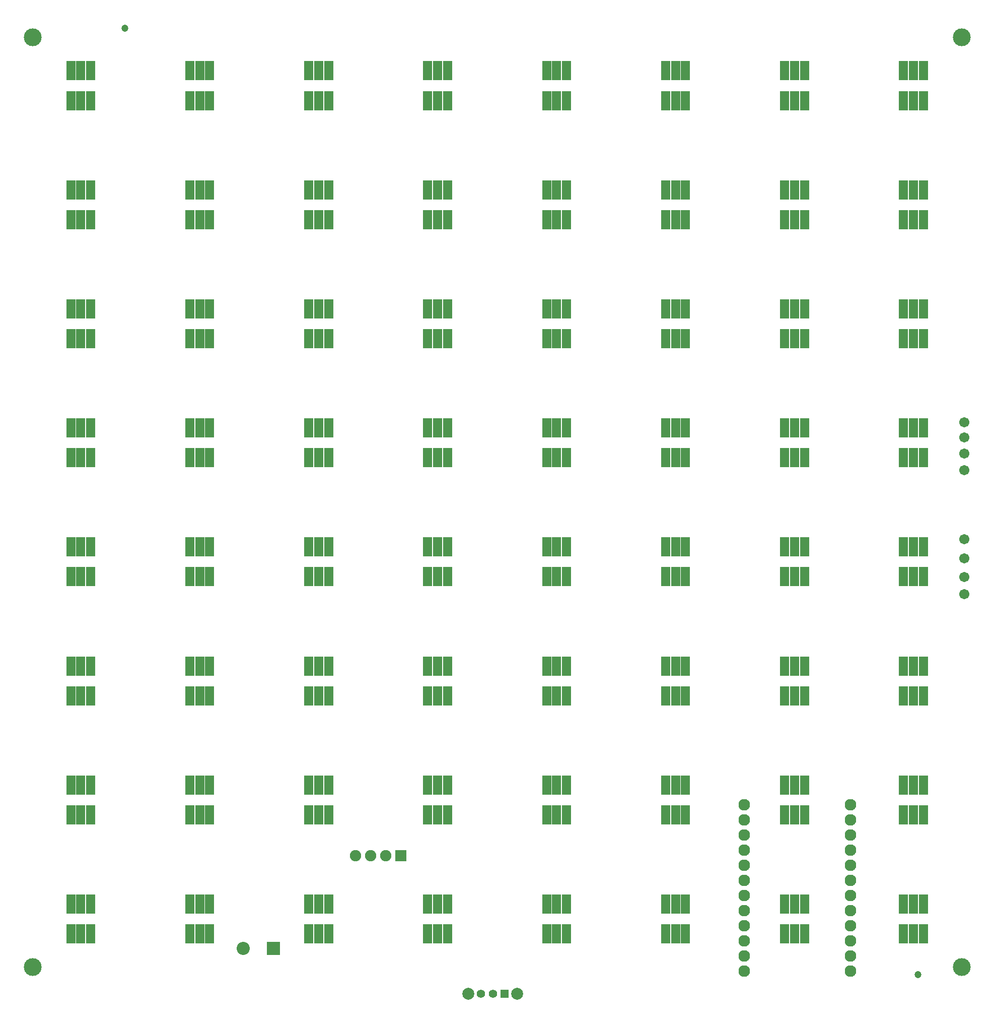
<source format=gbr>
G04 DipTrace 3.2.0.1*
G04 TopMask.gbr*
%MOIN*%
G04 #@! TF.FileFunction,Soldermask,Top*
G04 #@! TF.Part,Single*
%ADD54C,0.11811*%
%ADD63C,0.077*%
%ADD75C,0.078866*%
%ADD77C,0.055244*%
%ADD79R,0.055244X0.055244*%
%ADD91C,0.067055*%
%ADD93C,0.074929*%
%ADD95R,0.074929X0.074929*%
%ADD97C,0.08674*%
%ADD99R,0.08674X0.08674*%
%ADD101R,0.06X0.12611*%
%ADD103C,0.04737*%
%FSLAX26Y26*%
G04*
G70*
G90*
G75*
G01*
G04 TopMask*
%LPD*%
D103*
X6531500Y619000D3*
X1281500Y6881500D3*
D54*
X6819000Y6819000D3*
X669000D3*
Y669000D3*
X6819000D3*
D101*
X6433882Y1086614D3*
X6499906D3*
X6565929D3*
X6433882Y889575D3*
X6499906D3*
X6565929D3*
X5646480Y1086614D3*
X5712504D3*
X5778528D3*
X5646480Y889575D3*
X5712504D3*
X5778528D3*
X4859079Y1086614D3*
X4925102D3*
X4991126D3*
X4859079Y889575D3*
X4925102D3*
X4991126D3*
X4071677Y1086614D3*
X4137701D3*
X4203724D3*
X4071677Y889575D3*
X4137701D3*
X4203724D3*
X3284276Y1086614D3*
X3350299D3*
X3416323D3*
X3284276Y889575D3*
X3350299D3*
X3416323D3*
X2496874Y1086614D3*
X2562898D3*
X2628921D3*
X2496874Y889575D3*
X2562898D3*
X2628921D3*
X1709472Y1086614D3*
X1775496D3*
X1841520D3*
X1709472Y889575D3*
X1775496D3*
X1841520D3*
X922071Y1086614D3*
X988094D3*
X1054118D3*
X922071Y889575D3*
X988094D3*
X1054118D3*
X6433882Y1874016D3*
X6499906D3*
X6565929D3*
X6433882Y1676976D3*
X6499906D3*
X6565929D3*
X5646480Y1874016D3*
X5712504D3*
X5778528D3*
X5646480Y1676976D3*
X5712504D3*
X5778528D3*
X4859079Y1874016D3*
X4925102D3*
X4991126D3*
X4859079Y1676976D3*
X4925102D3*
X4991126D3*
X4071677Y1874016D3*
X4137701D3*
X4203724D3*
X4071677Y1676976D3*
X4137701D3*
X4203724D3*
X3284276Y1874016D3*
X3350299D3*
X3416323D3*
X3284276Y1676976D3*
X3350299D3*
X3416323D3*
X2496874Y1874016D3*
X2562898D3*
X2628921D3*
X2496874Y1676976D3*
X2562898D3*
X2628921D3*
X1709472Y1874016D3*
X1775496D3*
X1841520D3*
X1709472Y1676976D3*
X1775496D3*
X1841520D3*
X922071Y1874016D3*
X988094D3*
X1054118D3*
X922071Y1676976D3*
X988094D3*
X1054118D3*
X6433882Y2661417D3*
X6499906D3*
X6565929D3*
X6433882Y2464378D3*
X6499906D3*
X6565929D3*
X5646480Y2661417D3*
X5712504D3*
X5778528D3*
X5646480Y2464378D3*
X5712504D3*
X5778528D3*
X4859079Y2661417D3*
X4925102D3*
X4991126D3*
X4859079Y2464378D3*
X4925102D3*
X4991126D3*
X4071677Y2661417D3*
X4137701D3*
X4203724D3*
X4071677Y2464378D3*
X4137701D3*
X4203724D3*
X3284276Y2661417D3*
X3350299D3*
X3416323D3*
X3284276Y2464378D3*
X3350299D3*
X3416323D3*
X2496874Y2661417D3*
X2562898D3*
X2628921D3*
X2496874Y2464378D3*
X2562898D3*
X2628921D3*
X1709472Y2661417D3*
X1775496D3*
X1841520D3*
X1709472Y2464378D3*
X1775496D3*
X1841520D3*
X922071Y2661417D3*
X988094D3*
X1054118D3*
X922071Y2464378D3*
X988094D3*
X1054118D3*
X6433882Y3448819D3*
X6499906D3*
X6565929D3*
X6433882Y3251780D3*
X6499906D3*
X6565929D3*
X5646480Y3448819D3*
X5712504D3*
X5778528D3*
X5646480Y3251780D3*
X5712504D3*
X5778528D3*
X4859079Y3448819D3*
X4925102D3*
X4991126D3*
X4859079Y3251780D3*
X4925102D3*
X4991126D3*
X4071677Y3448819D3*
X4137701D3*
X4203724D3*
X4071677Y3251780D3*
X4137701D3*
X4203724D3*
X3284276Y3448819D3*
X3350299D3*
X3416323D3*
X3284276Y3251780D3*
X3350299D3*
X3416323D3*
X2496874Y3448819D3*
X2562898D3*
X2628921D3*
X2496874Y3251780D3*
X2562898D3*
X2628921D3*
X1709472Y3448819D3*
X1775496D3*
X1841520D3*
X1709472Y3251780D3*
X1775496D3*
X1841520D3*
X922071Y3448819D3*
X988094D3*
X1054118D3*
X922071Y3251780D3*
X988094D3*
X1054118D3*
X6433882Y4236220D3*
X6499906D3*
X6565929D3*
X6433882Y4039181D3*
X6499906D3*
X6565929D3*
X5646480Y4236220D3*
X5712504D3*
X5778528D3*
X5646480Y4039181D3*
X5712504D3*
X5778528D3*
X4859079Y4236220D3*
X4925102D3*
X4991126D3*
X4859079Y4039181D3*
X4925102D3*
X4991126D3*
X4071677Y4236220D3*
X4137701D3*
X4203724D3*
X4071677Y4039181D3*
X4137701D3*
X4203724D3*
X3284276Y4236220D3*
X3350299D3*
X3416323D3*
X3284276Y4039181D3*
X3350299D3*
X3416323D3*
X2496874Y4236220D3*
X2562898D3*
X2628921D3*
X2496874Y4039181D3*
X2562898D3*
X2628921D3*
X1709472Y4236220D3*
X1775496D3*
X1841520D3*
X1709472Y4039181D3*
X1775496D3*
X1841520D3*
X922071Y4236220D3*
X988094D3*
X1054118D3*
X922071Y4039181D3*
X988094D3*
X1054118D3*
X6433882Y5023622D3*
X6499906D3*
X6565929D3*
X6433882Y4826583D3*
X6499906D3*
X6565929D3*
X5646480Y5023622D3*
X5712504D3*
X5778528D3*
X5646480Y4826583D3*
X5712504D3*
X5778528D3*
X4859079Y5023622D3*
X4925102D3*
X4991126D3*
X4859079Y4826583D3*
X4925102D3*
X4991126D3*
X4071677Y5023622D3*
X4137701D3*
X4203724D3*
X4071677Y4826583D3*
X4137701D3*
X4203724D3*
X3284276Y5023622D3*
X3350299D3*
X3416323D3*
X3284276Y4826583D3*
X3350299D3*
X3416323D3*
X2496874Y5023622D3*
X2562898D3*
X2628921D3*
X2496874Y4826583D3*
X2562898D3*
X2628921D3*
X1709472Y5023622D3*
X1775496D3*
X1841520D3*
X1709472Y4826583D3*
X1775496D3*
X1841520D3*
X922071Y5023622D3*
X988094D3*
X1054118D3*
X922071Y4826583D3*
X988094D3*
X1054118D3*
X6433882Y5811024D3*
X6499906D3*
X6565929D3*
X6433882Y5613984D3*
X6499906D3*
X6565929D3*
X5646480Y5811024D3*
X5712504D3*
X5778528D3*
X5646480Y5613984D3*
X5712504D3*
X5778528D3*
X4859079Y5811024D3*
X4925102D3*
X4991126D3*
X4859079Y5613984D3*
X4925102D3*
X4991126D3*
X4071677Y5811024D3*
X4137701D3*
X4203724D3*
X4071677Y5613984D3*
X4137701D3*
X4203724D3*
X3284276Y5811024D3*
X3350299D3*
X3416323D3*
X3284276Y5613984D3*
X3350299D3*
X3416323D3*
X2496874Y5811024D3*
X2562898D3*
X2628921D3*
X2496874Y5613984D3*
X2562898D3*
X2628921D3*
X1709472Y5811024D3*
X1775496D3*
X1841520D3*
X1709472Y5613984D3*
X1775496D3*
X1841520D3*
X922071Y5811024D3*
X988094D3*
X1054118D3*
X922071Y5613984D3*
X988094D3*
X1054118D3*
X6433882Y6598425D3*
X6499906D3*
X6565929D3*
X6433882Y6401386D3*
X6499906D3*
X6565929D3*
X5646480Y6598425D3*
X5712504D3*
X5778528D3*
X5646480Y6401386D3*
X5712504D3*
X5778528D3*
X4859079Y6598425D3*
X4925102D3*
X4991126D3*
X4859079Y6401386D3*
X4925102D3*
X4991126D3*
X4071677Y6598425D3*
X4137701D3*
X4203724D3*
X4071677Y6401386D3*
X4137701D3*
X4203724D3*
X3284276Y6598425D3*
X3350299D3*
X3416323D3*
X3284276Y6401386D3*
X3350299D3*
X3416323D3*
X2496874Y6598425D3*
X2562898D3*
X2628921D3*
X2496874Y6401386D3*
X2562898D3*
X2628921D3*
X1709472Y6598425D3*
X1775496D3*
X1841520D3*
X1709472Y6401386D3*
X1775496D3*
X1841520D3*
X922071Y6598425D3*
X988094D3*
X1054118D3*
X922071Y6401386D3*
X988094D3*
X1054118D3*
D99*
X2262751Y794000D3*
D97*
X2062751D3*
D95*
X3106500Y1406500D3*
D93*
X3006500D3*
X2906500D3*
X2806500D3*
D91*
X6837751Y4273719D3*
Y4173719D3*
Y4067470D3*
Y3954969D3*
Y3498719D3*
Y3373719D3*
Y3248719D3*
Y3136219D3*
D79*
X3794000Y494000D3*
D77*
X3715260D3*
X3636520D3*
D75*
X3876677D3*
X3553843D3*
D63*
X5381500Y644000D3*
Y744000D3*
Y844000D3*
Y944000D3*
Y1044000D3*
Y1144000D3*
Y1244000D3*
Y1344000D3*
Y1444000D3*
Y1544000D3*
Y1644000D3*
Y1744000D3*
X6081682Y644140D3*
Y744140D3*
Y844140D3*
Y944140D3*
Y1044140D3*
Y1144140D3*
Y1244140D3*
Y1344140D3*
Y1444140D3*
Y1544140D3*
Y1644140D3*
Y1744140D3*
M02*

</source>
